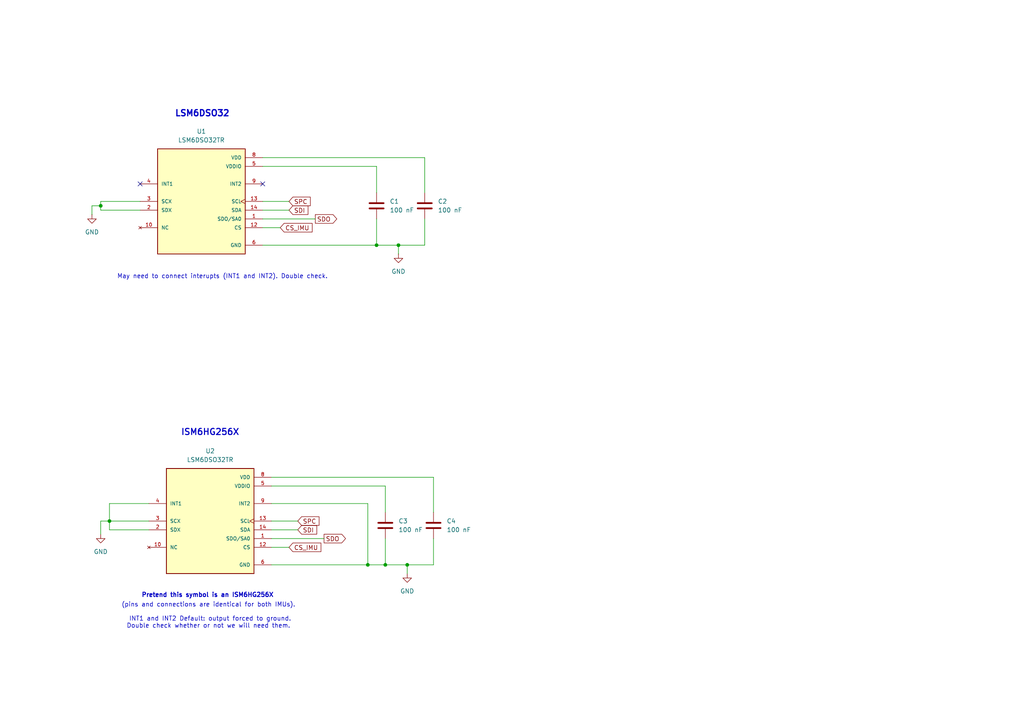
<source format=kicad_sch>
(kicad_sch (version 20250114) (generator "eeschema") (generator_version "9.0")
  (paper "A4")
  (lib_symbols
    (symbol "Device:C" (pin_numbers (hide yes)) (pin_names (offset 0.254))
      (property "Reference" "C" (at 0.635 2.54 0))
      (property "Value" "C" (at 0.635 -2.54 0))
      (symbol "C_0_1"
        (polyline (pts (xy -2.032 0.762) (xy 2.032 0.762)) (stroke (width 0.508)))
        (polyline (pts (xy -2.032 -0.762) (xy 2.032 -0.762)) (stroke (width 0.508)))
      )
      (symbol "C_1_1"
        (pin passive line (at 0 3.81 270) (length 2.794) (name "~") (number "1"))
        (pin passive line (at 0 -3.81 90) (length 2.794) (name "~") (number "2"))
      )
    )
    (symbol "LSM6DSO32:LSM6DSO32TR" (pin_names (offset 1.016))
      (property "Reference" "U" (at -12.7 16.002 0))
      (property "Value" "LSM6DSO32TR" (at -12.7 -17.78 0))
      (symbol "LSM6DSO32TR_0_0"
        (rectangle (start -12.7 -15.24) (end 12.7 15.24) (stroke (width 0.254)) (fill (type background)))
        (pin input line (at -17.78 5.08 0) (length 5.08) (name "INT1") (number "4"))
        (pin passive line (at -17.78 0 0) (length 5.08) (name "SCX") (number "3"))
        (pin passive line (at -17.78 -2.54 0) (length 5.08) (name "SDX") (number "2"))
        (pin no_connect line (at -17.78 -7.62 0) (length 5.08) (name "NC") (number "10"))
        (pin no_connect line (at -17.78 -7.62 0) (length 5.08) (hide yes) (name "NC") (number "11"))
        (pin power_in line (at 17.78 12.7 180) (length 5.08) (name "VDD") (number "8"))
        (pin power_in line (at 17.78 10.16 180) (length 5.08) (name "VDDIO") (number "5"))
        (pin output line (at 17.78 5.08 180) (length 5.08) (name "INT2") (number "9"))
        (pin input clock (at 17.78 0 180) (length 5.08) (name "SCL") (number "13"))
        (pin bidirectional line (at 17.78 -2.54 180) (length 5.08) (name "SDA") (number "14"))
        (pin bidirectional line (at 17.78 -5.08 180) (length 5.08) (name "SDO/SA0") (number "1"))
        (pin input line (at 17.78 -7.62 180) (length 5.08) (name "CS") (number "12"))
        (pin power_in line (at 17.78 -12.7 180) (length 5.08) (name "GND") (number "6"))
        (pin power_in line (at 17.78 -12.7 180) (length 5.08) (hide yes) (name "GND") (number "7"))
      )
    )
    (symbol "power:GND" (power) (pin_numbers (hide yes)) (pin_names (offset 0) (hide yes))
      (property "Value" "GND" (at 0 -3.81 0))
      (symbol "GND_0_1"
        (polyline (pts (xy 0 0) (xy 0 -1.27) (xy 1.27 -1.27) (xy 0 -2.54) (xy -1.27 -1.27) (xy 0 -1.27)))
      )
      (symbol "GND_1_1"
        (pin power_in line (at 0 0 270) (length 0) (name "~") (number "1"))
      )
    )
  )
  (text "ISM6HG256X" (at 60.96 125.476 0) (effects (font (size 1.778 1.778) (thickness 0.3048) (bold yes))))
  (text "(pins and connections are identical for both IMUs). \n\nINT1 and INT2 Default: output forced to ground.\nDouble check whether or not we will need them. " (at 60.96 178.562 0) (effects (font (size 1.27 1.27))))
  (text "Pretend this symbol is an ISM6HG256X \n\n" (at 60.706 173.736 0) (effects (font (size 1.27 1.27) (thickness 0.254) (bold yes))))
  (text "LSM6DSO32" (at 58.674 33.02 0) (effects (font (size 1.778 1.778) (thickness 0.3556) (bold yes))))
  (text "May need to connect interupts (INT1 and INT2). Double check. " (at 65.024 80.264 0) (effects (font (size 1.27 1.27))))
  (junction (at 109.22 71.12))
  (junction (at 31.75 151.13))
  (junction (at 118.11 163.83))
  (junction (at 115.57 71.12))
  (junction (at 111.76 163.83))
  (junction (at 106.68 163.83))
  (junction (at 29.21 59.69))
  (no_connect (at 76.2 53.34))
  (no_connect (at 40.64 53.34))
  (wire (pts (xy 78.74 140.97) (xy 111.76 140.97)))
  (wire (pts (xy 26.67 62.23) (xy 26.67 59.69)))
  (wire (pts (xy 40.64 58.42) (xy 29.21 58.42)))
  (wire (pts (xy 115.57 71.12) (xy 109.22 71.12)))
  (wire (pts (xy 123.19 63.5) (xy 123.19 71.12)))
  (wire (pts (xy 118.11 163.83) (xy 118.11 166.37)))
  (wire (pts (xy 31.75 146.05) (xy 31.75 151.13)))
  (wire (pts (xy 76.2 60.96) (xy 83.82 60.96)))
  (wire (pts (xy 106.68 163.83) (xy 111.76 163.83)))
  (wire (pts (xy 123.19 45.72) (xy 123.19 55.88)))
  (wire (pts (xy 125.73 163.83) (xy 118.11 163.83)))
  (wire (pts (xy 78.74 138.43) (xy 125.73 138.43)))
  (wire (pts (xy 123.19 71.12) (xy 115.57 71.12)))
  (wire (pts (xy 29.21 154.94) (xy 29.21 151.13)))
  (wire (pts (xy 106.68 146.05) (xy 106.68 163.83)))
  (wire (pts (xy 78.74 156.21) (xy 93.98 156.21)))
  (wire (pts (xy 76.2 48.26) (xy 109.22 48.26)))
  (wire (pts (xy 78.74 146.05) (xy 106.68 146.05)))
  (wire (pts (xy 76.2 63.5) (xy 91.44 63.5)))
  (wire (pts (xy 111.76 156.21) (xy 111.76 163.83)))
  (wire (pts (xy 29.21 59.69) (xy 29.21 60.96)))
  (wire (pts (xy 109.22 63.5) (xy 109.22 71.12)))
  (wire (pts (xy 78.74 153.67) (xy 86.36 153.67)))
  (wire (pts (xy 26.67 59.69) (xy 29.21 59.69)))
  (wire (pts (xy 29.21 60.96) (xy 40.64 60.96)))
  (wire (pts (xy 78.74 163.83) (xy 106.68 163.83)))
  (wire (pts (xy 31.75 151.13) (xy 31.75 153.67)))
  (wire (pts (xy 125.73 156.21) (xy 125.73 163.83)))
  (wire (pts (xy 31.75 153.67) (xy 43.18 153.67)))
  (wire (pts (xy 76.2 45.72) (xy 123.19 45.72)))
  (wire (pts (xy 78.74 151.13) (xy 86.36 151.13)))
  (wire (pts (xy 109.22 48.26) (xy 109.22 55.88)))
  (wire (pts (xy 118.11 163.83) (xy 111.76 163.83)))
  (wire (pts (xy 115.57 71.12) (xy 115.57 73.66)))
  (wire (pts (xy 29.21 58.42) (xy 29.21 59.69)))
  (wire (pts (xy 76.2 66.04) (xy 81.28 66.04)))
  (wire (pts (xy 76.2 71.12) (xy 109.22 71.12)))
  (wire (pts (xy 29.21 151.13) (xy 31.75 151.13)))
  (wire (pts (xy 43.18 151.13) (xy 31.75 151.13)))
  (wire (pts (xy 43.18 146.05) (xy 31.75 146.05)))
  (wire (pts (xy 125.73 138.43) (xy 125.73 148.59)))
  (wire (pts (xy 78.74 158.75) (xy 83.82 158.75)))
  (wire (pts (xy 76.2 58.42) (xy 83.82 58.42)))
  (wire (pts (xy 111.76 140.97) (xy 111.76 148.59)))
  (global_label "CS_IMU" (shape input) (at 81.28 66.04 0) (property "Intersheetrefs" "${INTERSHEET_REFS}" (effects (hide yes))))
  (global_label "SPC" (shape input) (at 86.36 151.13 0) (property "Intersheetrefs" "${INTERSHEET_REFS}" (effects (hide yes))))
  (global_label "SDO" (shape output) (at 91.44 63.5 0) (property "Intersheetrefs" "${INTERSHEET_REFS}" (effects (hide yes))))
  (global_label "SDI" (shape input) (at 83.82 60.96 0) (property "Intersheetrefs" "${INTERSHEET_REFS}" (effects (hide yes))))
  (global_label "SDI" (shape input) (at 86.36 153.67 0) (property "Intersheetrefs" "${INTERSHEET_REFS}" (effects (hide yes))))
  (global_label "SDO" (shape output) (at 93.98 156.21 0) (property "Intersheetrefs" "${INTERSHEET_REFS}" (effects (hide yes))))
  (global_label "SPC" (shape input) (at 83.82 58.42 0) (property "Intersheetrefs" "${INTERSHEET_REFS}" (effects (hide yes))))
  (global_label "CS_IMU" (shape input) (at 83.82 158.75 0) (property "Intersheetrefs" "${INTERSHEET_REFS}" (effects (hide yes))))
  (symbol (lib_id "Device:C") (at 123.19 59.69 0) (unit 1)
    (property "Reference" "C2" (at 127 58.4199 0) (effects (justify left)))
    (property "Value" "100 nF" (at 127 60.9599 0) (effects (justify left)))
    (property "Description" "Unpolarized capacitor" (effects (hide yes)))
  )
  (symbol (lib_id "LSM6DSO32:LSM6DSO32TR") (at 60.96 151.13 0) (unit 1)
    (property "Reference" "U2" (at 60.96 130.81 0))
    (property "Value" "LSM6DSO32TR" (at 60.96 133.35 0))
    (property "Footprint" "LSM6DSO32TR:XDCR_LSM6DSO32TR" (effects (hide yes)))
    (property "MF" "STMicroelectronics" (effects (hide yes)))
    (property "MAXIMUM_PACKAGE_HEIGHT" "0.86mm" (effects (hide yes)))
    (property "Package" "VFLGA-14 STMicroelectronics" (effects (hide yes)))
    (property "Price" "None" (effects (hide yes)))
    (property "Check_prices" "https://www.snapeda.com/parts/LSM6DSO32TR/STMicroelectronics/view-part/?ref=eda" (effects (hide yes)))
    (property "STANDARD" "Manufacturer Recommendations" (effects (hide yes)))
    (property "PARTREV" "1" (effects (hide yes)))
    (property "SnapEDA_Link" "https://www.snapeda.com/parts/LSM6DSO32TR/STMicroelectronics/view-part/?ref=snap" (effects (hide yes)))
    (property "MP" "LSM6DSO32TR" (effects (hide yes)))
    (property "Description_1" "Accelerometer, Gyroscope, Temperature, 6 Axis Sensor I2C, SPI Output" (effects (hide yes)))
    (property "Availability" "In Stock" (effects (hide yes)))
    (property "MANUFACTURER" "STMicroelectronics" (effects (hide yes)))
  )
  (symbol (lib_id "Device:C") (at 125.73 152.4 0) (unit 1)
    (property "Reference" "C4" (at 129.54 151.1299 0) (effects (justify left)))
    (property "Value" "100 nF" (at 129.54 153.6699 0) (effects (justify left)))
    (property "Description" "Unpolarized capacitor" (effects (hide yes)))
  )
  (symbol (lib_id "power:GND") (at 29.21 154.94 0) (unit 1)
    (property "Reference" "#PWR03" (effects (hide yes)))
    (property "Value" "GND" (at 29.21 160.02 0))
    (property "Description" "Power symbol creates a global label with name \"GND\" , ground" (effects (hide yes)))
  )
  (symbol (lib_id "power:GND") (at 118.11 166.37 0) (unit 1)
    (property "Reference" "#PWR04" (effects (hide yes)))
    (property "Value" "GND" (at 118.11 171.45 0))
    (property "Description" "Power symbol creates a global label with name \"GND\" , ground" (effects (hide yes)))
  )
  (symbol (lib_id "Device:C") (at 109.22 59.69 0) (unit 1)
    (property "Reference" "C1" (at 113.03 58.4199 0) (effects (justify left)))
    (property "Value" "100 nF" (at 113.03 60.9599 0) (effects (justify left)))
    (property "Description" "Unpolarized capacitor" (effects (hide yes)))
  )
  (symbol (lib_id "Device:C") (at 111.76 152.4 0) (unit 1)
    (property "Reference" "C3" (at 115.57 151.1299 0) (effects (justify left)))
    (property "Value" "100 nF" (at 115.57 153.6699 0) (effects (justify left)))
    (property "Description" "Unpolarized capacitor" (effects (hide yes)))
  )
  (symbol (lib_id "LSM6DSO32:LSM6DSO32TR") (at 58.42 58.42 0) (unit 1)
    (property "Reference" "U1" (at 58.42 38.1 0))
    (property "Value" "LSM6DSO32TR" (at 58.42 40.64 0))
    (property "Footprint" "LSM6DSO32TR:XDCR_LSM6DSO32TR" (effects (hide yes)))
    (property "MF" "STMicroelectronics" (effects (hide yes)))
    (property "MAXIMUM_PACKAGE_HEIGHT" "0.86mm" (effects (hide yes)))
    (property "Package" "VFLGA-14 STMicroelectronics" (effects (hide yes)))
    (property "Price" "None" (effects (hide yes)))
    (property "Check_prices" "https://www.snapeda.com/parts/LSM6DSO32TR/STMicroelectronics/view-part/?ref=eda" (effects (hide yes)))
    (property "STANDARD" "Manufacturer Recommendations" (effects (hide yes)))
    (property "PARTREV" "1" (effects (hide yes)))
    (property "SnapEDA_Link" "https://www.snapeda.com/parts/LSM6DSO32TR/STMicroelectronics/view-part/?ref=snap" (effects (hide yes)))
    (property "MP" "LSM6DSO32TR" (effects (hide yes)))
    (property "Description_1" "Accelerometer, Gyroscope, Temperature, 6 Axis Sensor I2C, SPI Output" (effects (hide yes)))
    (property "Availability" "In Stock" (effects (hide yes)))
    (property "MANUFACTURER" "STMicroelectronics" (effects (hide yes)))
  )
  (symbol (lib_id "power:GND") (at 26.67 62.23 0) (unit 1)
    (property "Reference" "#PWR02" (effects (hide yes)))
    (property "Value" "GND" (at 26.67 67.31 0))
    (property "Description" "Power symbol creates a global label with name \"GND\" , ground" (effects (hide yes)))
  )
  (symbol (lib_id "power:GND") (at 115.57 73.66 0) (unit 1)
    (property "Reference" "#PWR01" (effects (hide yes)))
    (property "Value" "GND" (at 115.57 78.74 0))
    (property "Description" "Power symbol creates a global label with name \"GND\" , ground" (effects (hide yes)))
  )
)
</source>
